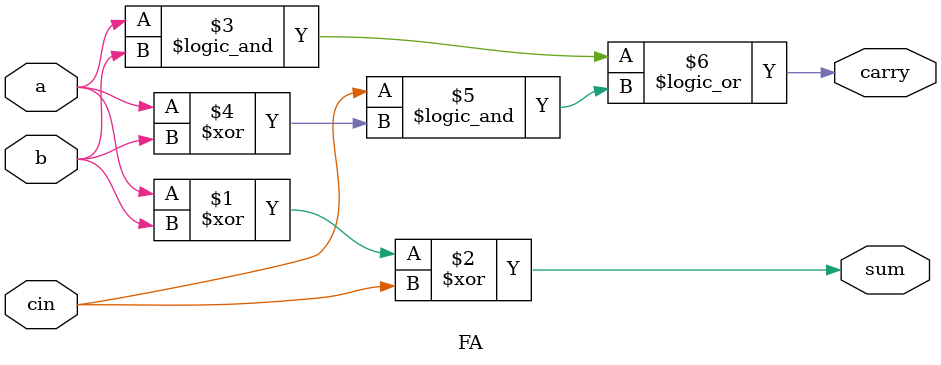
<source format=v>
`timescale 1ns / 1ps


module wallace(
  input [3:0]a,
  input [3:0]b,
  output [7:0]prod
    ); 
  reg [3:0]PP1,PP2,PP3,PP4;
  wire HAC1,HAC2,HAC3,HAC4;
  wire HAS1,HAS2,HAS3,HAS4;
  wire FAC1,FAC2,FAC3,FAC4,FAC5,FAC6,FAC7,FAC8;
  wire FAS1,FAS2,FAS3,FAS4,FAS5,FAS6,FAS7,FAS8;
   always@(*) begin
     PP1={a[3]&&b[0],a[2]&&b[0],a[1]&&b[0],a[0]&&b[0]};
     PP2={a[3]&&b[1],a[2]&&b[1],a[1]&&b[1],a[0]&&b[1]};
     PP3={a[3]&&b[2],a[2]&&b[2],a[1]&&b[2],a[0]&&b[2]};
     PP4={a[3]&&b[3],a[2]&&b[3],a[1]&&b[3],a[0]&&b[3]};
   end  

////stage 1///////   
  HA h1 (PP1[2],PP2[1],HAS1,HAC1);
  FA f1 (PP1[3],PP2[2],PP3[1],FAS1,FAC1);
  FA f2 (PP2[3],PP3[2],PP4[1],FAS2,FAC2);
////stage 2/////
  HA h2 (FAS1,PP4[0],HAS2,HAC2);
  HA h3 (FAS2,FAC1,HAS3,HAC3);
  FA f3 (PP3[3],PP4[2],FAC2,FAS3,FAC3);
/////stage 3///////
  HA h4 (PP1[1],PP2[0],HAS4,HAC4);
  FA f4 (HAS1,PP3[0],HAC4,FAS4,FAC4);
  FA f5 (HAS2,HAC1,FAC4,FAS5,FAC5);
  FA f6 (HAS3,HAC2,FAC5,FAS6,FAC6);
  FA f7 (FAS3,HAC3,FAC6,FAS7,FAC7);
  FA f8 (PP4[3],FAC3,FAC7,FAS8,FAC8);
  
  assign prod= {FAC8,FAS8,FAS7,FAS6,FAS5,FAS4,HAS4,PP1[0]};
endmodule
/////////HALF ADDER DECLARATION///////
module HA(a,b,sum,carry);
    input a,b;
    output sum,carry;

    assign sum= a^b;
    assign carry= a&&b;
endmodule
////////FULL ADDER DECLARATION////////
module FA(a,b,cin,sum, carry);
    input a,b,cin;
    output sum,carry;

    assign sum= a^b^cin;
    assign carry= (a&&b)||(cin&&(a^b));
endmodule
</source>
